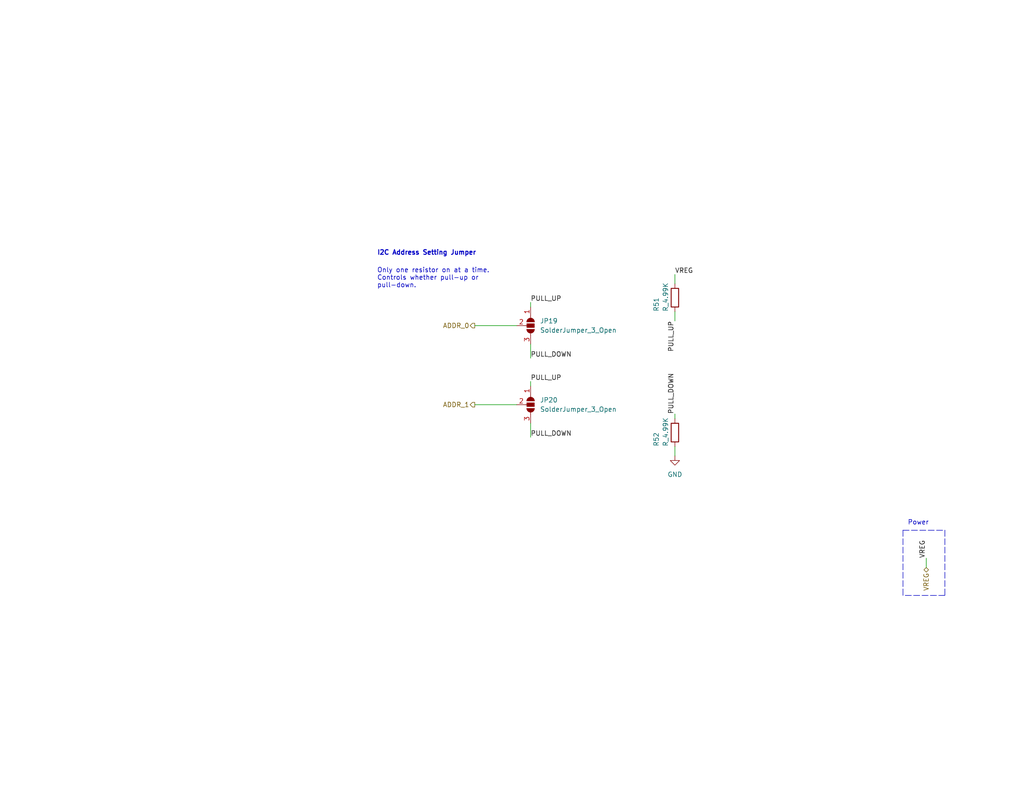
<source format=kicad_sch>
(kicad_sch (version 20211123) (generator eeschema)
  (paper "A")
  (title_block (title "Peripheral | I2C Address Jumper") (date "2022-12-04") (rev "0") (company "Olin Electric Motorsports"))
  (lib_symbols
    (symbol "Jumper:SolderJumper_3_Open" (pin_names (offset 0) hide)
      (property "Reference" "JP" (at -2.54 -2.54 0))
      (property "Value" "SolderJumper_3_Open" (at 0 2.794 0))
      (symbol "SolderJumper_3_Open_0_1"
        (arc (start -1.016 1.016) (mid -2.032 0) (end -1.016 -1.016))
        (arc (start -1.016 1.016) (mid -2.032 0) (end -1.016 -1.016) (fill (type outline)))
        (rectangle (start -0.508 1.016) (end 0.508 -1.016) (fill (type outline)))
        (polyline (pts (xy -2.54 0) (xy -2.032 0)))
        (polyline (pts (xy -1.016 1.016) (xy -1.016 -1.016)))
        (polyline (pts (xy 0 -1.27) (xy 0 -1.016)))
        (polyline (pts (xy 1.016 1.016) (xy 1.016 -1.016)))
        (polyline (pts (xy 2.54 0) (xy 2.032 0)))
        (arc (start 1.016 -1.016) (mid 2.032 0) (end 1.016 1.016))
        (arc (start 1.016 -1.016) (mid 2.032 0) (end 1.016 1.016) (fill (type outline)))
      )
      (symbol "SolderJumper_3_Open_1_1"
        (pin passive line (at -5.08 0 0) (length 2.54) (name "A") (number "1"))
        (pin passive line (at 0 -3.81 90) (length 2.54) (name "C") (number "2"))
        (pin passive line (at 5.08 0 180) (length 2.54) (name "B") (number "3"))
      )
    )
    (symbol "formula:R_4.99K" (pin_numbers hide) (pin_names (offset 1.016) hide)
      (property "Reference" "R" (at -2.54 1.27 0))
      (property "Value" "R_4.99K" (at 2.54 0 90))
      (symbol "R_4.99K_0_1"
        (rectangle (start -1.016 -2.54) (end 1.016 2.54) (stroke (width 0.254)))
      )
      (symbol "R_4.99K_1_1"
        (pin passive line (at 0 3.81 270) (length 1.27) (name "~") (number "1"))
        (pin passive line (at 0 -3.81 90) (length 1.27) (name "~") (number "2"))
      )
    )
    (symbol "power:GND" (power) (pin_names (offset 0))
      (property "Value" "GND" (at 0 -3.81 0))
      (symbol "GND_0_1"
        (polyline (pts (xy 0 0) (xy 0 -1.27) (xy 1.27 -1.27) (xy 0 -2.54) (xy -1.27 -1.27) (xy 0 -1.27)))
      )
      (symbol "GND_1_1"
        (pin power_in line (at 0 0 270) (length 0) hide (name "GND") (number "1"))
      )
    )
  )
  (wire (pts (xy 144.78 104.14) (xy 144.78 105.41)))
  (wire (pts (xy 144.78 97.79) (xy 144.78 93.98)))
  (wire (pts (xy 144.78 119.38) (xy 144.78 115.57)))
  (polyline (pts (xy 257.81 144.78) (xy 257.81 162.56)))
  (wire (pts (xy 252.73 154.94) (xy 252.73 152.4)))
  (wire (pts (xy 144.78 82.55) (xy 144.78 83.82)))
  (polyline (pts (xy 246.38 144.78) (xy 257.81 144.78)))
  (wire (pts (xy 184.15 121.92) (xy 184.15 124.46)))
  (wire (pts (xy 129.54 110.49) (xy 140.97 110.49)))
  (wire (pts (xy 184.15 85.09) (xy 184.15 87.63)))
  (polyline (pts (xy 257.81 162.56) (xy 246.38 162.56)))
  (wire (pts (xy 184.15 113.03) (xy 184.15 114.3)))
  (polyline (pts (xy 246.38 144.78) (xy 246.38 162.56)))
  (wire (pts (xy 184.15 74.93) (xy 184.15 77.47)))
  (wire (pts (xy 129.54 88.9) (xy 140.97 88.9)))
  (text "Power" (at 247.65 143.51 0) (effects (font (size 1.27 1.27)) (justify left bottom)))
  (text "Only one resistor on at a time.\nControls whether pull-up or\npull-down." (at 102.87 78.74 0) (effects (font (size 1.27 1.27)) (justify left bottom)))
  (text "I2C Address Setting Jumper" (at 102.87 69.85 0) (effects (font (size 1.27 1.27) (thickness 0.254) bold) (justify left bottom)))
  (label "PULL_DOWN" (at 144.78 119.38 0))
  (label "PULL_UP" (at 184.15 87.63 270))
  (label "PULL_UP" (at 144.78 82.55 0))
  (label "PULL_DOWN" (at 184.15 113.03 90))
  (label "VREG" (at 184.15 74.93 0))
  (label "PULL_DOWN" (at 144.78 97.79 0))
  (label "PULL_UP" (at 144.78 104.14 0))
  (label "VREG" (at 252.73 152.4 90))
  (hierarchical_label "VREG" (shape bidirectional) (at 252.73 154.94 270))
  (hierarchical_label "ADDR_0" (shape output) (at 129.54 88.9 180))
  (hierarchical_label "ADDR_1" (shape output) (at 129.54 110.49 180))
  (symbol (lib_id "power:GND") (at 184.15 124.46 0) (unit 1)
    (property "Reference" "#PWR?" (effects hide))
    (property "Value" "GND" (at 184.15 129.54 0))
  )
  (symbol (lib_id "Jumper:SolderJumper_3_Open") (at 144.78 88.9 270) (unit 1)
    (property "Reference" "JP19" (at 147.32 87.6299 90) (effects (justify left)))
    (property "Value" "SolderJumper_3_Open" (at 147.32 90.1699 90) (effects (justify left)))
    (property "Footprint" "Jumper:SolderJumper-3_P2.0mm_Open_TrianglePad1.0x1.5mm" (effects hide))
  )
  (symbol (lib_id "formula:R_4.99K") (at 184.15 81.28 0) (unit 1)
    (property "Reference" "R51" (at 179.07 85.09 90) (effects (justify left)))
    (property "Value" "R_4.99K" (at 181.61 85.09 90) (effects (justify left)))
    (property "Footprint" "OEM:R_0603" (effects hide))
    (property "Datasheet" "https://www.susumu.co.jp/common/pdf/n_catalog_partition01_en.pdf" (effects hide))
    (property "MPN" "RNCP0805FTD4K99CT-ND" (effects hide))
    (property "MFN" "DK" (effects hide))
    (property "PurchasingLink" "https://www.digikey.com/product-detail/en/stackpole-electronics-inc/RNCP0805FTD4K99/RNCP0805FTD4K99CT-ND/2240591" (effects hide))
  )
  (symbol (lib_id "Jumper:SolderJumper_3_Open") (at 144.78 110.49 270) (unit 1)
    (property "Reference" "JP20" (at 147.32 109.2199 90) (effects (justify left)))
    (property "Value" "SolderJumper_3_Open" (at 147.32 111.7599 90) (effects (justify left)))
    (property "Footprint" "Jumper:SolderJumper-3_P2.0mm_Open_TrianglePad1.0x1.5mm" (effects hide))
  )
  (symbol (lib_id "formula:R_4.99K") (at 184.15 118.11 0) (unit 1)
    (property "Reference" "R52" (at 179.07 121.92 90) (effects (justify left)))
    (property "Value" "R_4.99K" (at 181.61 121.92 90) (effects (justify left)))
    (property "Footprint" "OEM:R_0603" (effects hide))
    (property "Datasheet" "https://www.susumu.co.jp/common/pdf/n_catalog_partition01_en.pdf" (effects hide))
    (property "MPN" "RNCP0805FTD4K99CT-ND" (effects hide))
    (property "MFN" "DK" (effects hide))
    (property "PurchasingLink" "https://www.digikey.com/product-detail/en/stackpole-electronics-inc/RNCP0805FTD4K99/RNCP0805FTD4K99CT-ND/2240591" (effects hide))
  )
)
</source>
